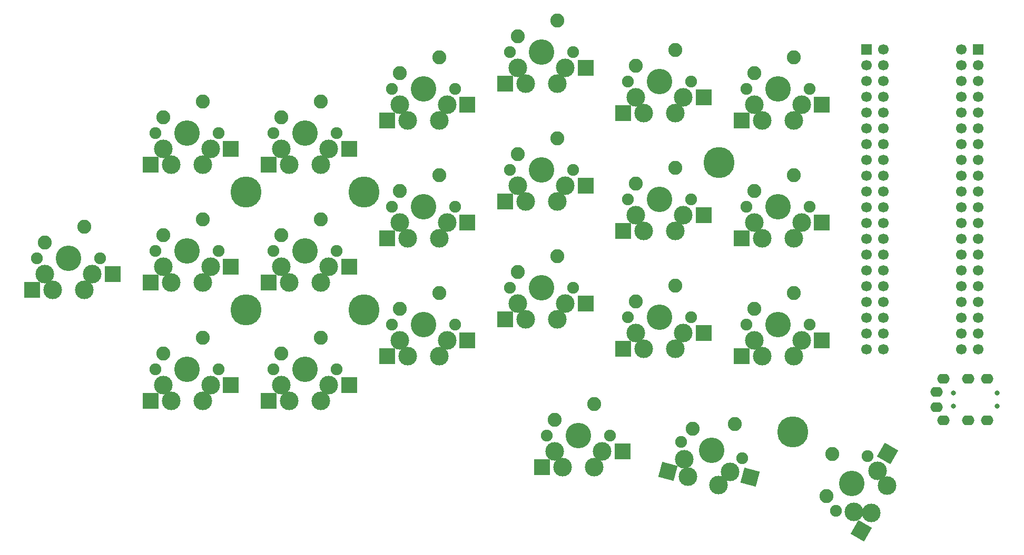
<source format=gbs>
G04 #@! TF.GenerationSoftware,KiCad,Pcbnew,(6.0.7-1)-1*
G04 #@! TF.CreationDate,2022-08-21T15:38:59+10:00*
G04 #@! TF.ProjectId,jantor,6a616e74-6f72-42e6-9b69-6361645f7063,rev?*
G04 #@! TF.SameCoordinates,Original*
G04 #@! TF.FileFunction,Soldermask,Bot*
G04 #@! TF.FilePolarity,Negative*
%FSLAX46Y46*%
G04 Gerber Fmt 4.6, Leading zero omitted, Abs format (unit mm)*
G04 Created by KiCad (PCBNEW (6.0.7-1)-1) date 2022-08-21 15:38:59*
%MOMM*%
%LPD*%
G01*
G04 APERTURE LIST*
G04 Aperture macros list*
%AMRotRect*
0 Rectangle, with rotation*
0 The origin of the aperture is its center*
0 $1 length*
0 $2 width*
0 $3 Rotation angle, in degrees counterclockwise*
0 Add horizontal line*
21,1,$1,$2,0,0,$3*%
G04 Aperture macros list end*
%ADD10C,4.100000*%
%ADD11C,3.000000*%
%ADD12C,1.900000*%
%ADD13C,2.250000*%
%ADD14R,2.550000X2.500000*%
%ADD15C,0.800000*%
%ADD16O,2.000000X1.600000*%
%ADD17RotRect,2.550000X2.500000X345.000000*%
%ADD18RotRect,2.550000X2.500000X60.000000*%
%ADD19C,1.700000*%
%ADD20R,1.700000X1.700000*%
%ADD21C,5.000000*%
G04 APERTURE END LIST*
D10*
X153187500Y-54625000D03*
D11*
X150647500Y-59705000D03*
X155727500Y-59705000D03*
X149377500Y-57165000D03*
X156997500Y-57165000D03*
D12*
X148107500Y-54625000D03*
X158267500Y-54625000D03*
D13*
X149377500Y-52085000D03*
D14*
X160272500Y-57165000D03*
D13*
X155727500Y-49545000D03*
D14*
X147345500Y-59705000D03*
D12*
X177267500Y-85500000D03*
D11*
X168377500Y-88040000D03*
D12*
X167107500Y-85500000D03*
D11*
X175997500Y-88040000D03*
X174727500Y-90580000D03*
X169647500Y-90580000D03*
D10*
X172187500Y-85500000D03*
D13*
X168377500Y-82960000D03*
D14*
X179272500Y-88040000D03*
X166345500Y-90580000D03*
D13*
X174727500Y-80420000D03*
D11*
X232997500Y-88040000D03*
D10*
X229187500Y-85500000D03*
D11*
X231727500Y-90580000D03*
X225377500Y-88040000D03*
D12*
X234267500Y-85500000D03*
X224107500Y-85500000D03*
D11*
X226647500Y-90580000D03*
D14*
X236272500Y-88040000D03*
D13*
X225377500Y-82960000D03*
X231727500Y-80420000D03*
D14*
X223345500Y-90580000D03*
D11*
X213997500Y-48852500D03*
D10*
X210187500Y-46312500D03*
D11*
X212727500Y-51392500D03*
D12*
X205107500Y-46312500D03*
D11*
X206377500Y-48852500D03*
D12*
X215267500Y-46312500D03*
D11*
X207647500Y-51392500D03*
D13*
X206377500Y-43772500D03*
D14*
X217272500Y-48852500D03*
D13*
X212727500Y-41232500D03*
D14*
X204345500Y-51392500D03*
D11*
X130377500Y-57165000D03*
D10*
X134187500Y-54625000D03*
D11*
X131647500Y-59705000D03*
X137997500Y-57165000D03*
D12*
X129107500Y-54625000D03*
D11*
X136727500Y-59705000D03*
D12*
X139267500Y-54625000D03*
D14*
X141272500Y-57165000D03*
D13*
X130377500Y-52085000D03*
D14*
X128345500Y-59705000D03*
D13*
X136727500Y-49545000D03*
D15*
X257400000Y-98562500D03*
X264400000Y-98562500D03*
X264400000Y-96462500D03*
X257400000Y-96462500D03*
D16*
X254700000Y-98762500D03*
X254700000Y-96262500D03*
X255800000Y-100862500D03*
X255800000Y-94162500D03*
X262800000Y-100862500D03*
X259800000Y-94162500D03*
X262800000Y-94162500D03*
X259800000Y-100862500D03*
D11*
X207647500Y-70392500D03*
X206377500Y-67852500D03*
D10*
X210187500Y-65312500D03*
D11*
X213997500Y-67852500D03*
D12*
X205107500Y-65312500D03*
D11*
X212727500Y-70392500D03*
D12*
X215267500Y-65312500D03*
D13*
X206377500Y-62772500D03*
D14*
X217272500Y-67852500D03*
D13*
X212727500Y-60232500D03*
D14*
X204345500Y-70392500D03*
D11*
X219638651Y-111251804D03*
X214162422Y-107154851D03*
D10*
X218500000Y-105687500D03*
D11*
X214731748Y-109937003D03*
D12*
X213593097Y-104372699D03*
X223406903Y-107002301D03*
D11*
X221522777Y-109127052D03*
D13*
X215477223Y-102247948D03*
D17*
X224686184Y-109974685D03*
D13*
X222268252Y-101437997D03*
D17*
X211542261Y-109082382D03*
D12*
X120267500Y-74812500D03*
D11*
X112647500Y-79892500D03*
X111377500Y-77352500D03*
D10*
X115187500Y-74812500D03*
D11*
X117727500Y-79892500D03*
X118997500Y-77352500D03*
D12*
X110107500Y-74812500D03*
D14*
X122272500Y-77352500D03*
D13*
X111377500Y-72272500D03*
X117727500Y-69732500D03*
D14*
X109345500Y-79892500D03*
D12*
X238522500Y-115430659D03*
D11*
X245167205Y-109001693D03*
D10*
X241062500Y-111031250D03*
D11*
X246731909Y-111371545D03*
X241357205Y-115600807D03*
X244191909Y-115770955D03*
D12*
X243602500Y-106631841D03*
D18*
X246804705Y-106165460D03*
D13*
X236957795Y-113060807D03*
X237933091Y-106291545D03*
D18*
X242540909Y-118630570D03*
D12*
X177267500Y-47500000D03*
D10*
X172187500Y-47500000D03*
D11*
X168377500Y-50040000D03*
D12*
X167107500Y-47500000D03*
D11*
X169647500Y-52580000D03*
X175997500Y-50040000D03*
X174727500Y-52580000D03*
D14*
X179272500Y-50040000D03*
D13*
X168377500Y-44960000D03*
X174727500Y-42420000D03*
D14*
X166345500Y-52580000D03*
D11*
X137997500Y-95165000D03*
D12*
X139267500Y-92625000D03*
D10*
X134187500Y-92625000D03*
D12*
X129107500Y-92625000D03*
D11*
X130377500Y-95165000D03*
X136727500Y-97705000D03*
X131647500Y-97705000D03*
D13*
X130377500Y-90085000D03*
D14*
X141272500Y-95165000D03*
X128345500Y-97705000D03*
D13*
X136727500Y-87545000D03*
D10*
X153187500Y-92625000D03*
D12*
X148107500Y-92625000D03*
D11*
X155727500Y-97705000D03*
X150647500Y-97705000D03*
X156997500Y-95165000D03*
X149377500Y-95165000D03*
D12*
X158267500Y-92625000D03*
D14*
X160272500Y-95165000D03*
D13*
X149377500Y-90085000D03*
D14*
X147345500Y-97705000D03*
D13*
X155727500Y-87545000D03*
X155727500Y-68545000D03*
D14*
X147345500Y-78705000D03*
D13*
X149377500Y-71085000D03*
D14*
X160272500Y-76165000D03*
D11*
X149377500Y-76165000D03*
X155727500Y-78705000D03*
X150647500Y-78705000D03*
D12*
X148107500Y-73625000D03*
X158267500Y-73625000D03*
D10*
X153187500Y-73625000D03*
D11*
X156997500Y-76165000D03*
D12*
X202205000Y-103312500D03*
D11*
X200935000Y-105852500D03*
X199665000Y-108392500D03*
D12*
X192045000Y-103312500D03*
D11*
X194585000Y-108392500D03*
X193315000Y-105852500D03*
D10*
X197125000Y-103312500D03*
D13*
X193315000Y-100772500D03*
D14*
X204210000Y-105852500D03*
D13*
X199665000Y-98232500D03*
D14*
X191283000Y-108392500D03*
D11*
X175997500Y-69040000D03*
D10*
X172187500Y-66500000D03*
D11*
X168377500Y-69040000D03*
D12*
X177267500Y-66500000D03*
X167107500Y-66500000D03*
D11*
X169647500Y-71580000D03*
X174727500Y-71580000D03*
D14*
X179272500Y-69040000D03*
D13*
X168377500Y-63960000D03*
X174727500Y-61420000D03*
D14*
X166345500Y-71580000D03*
D12*
X224107500Y-47500000D03*
D11*
X232997500Y-50040000D03*
D10*
X229187500Y-47500000D03*
D11*
X225377500Y-50040000D03*
D12*
X234267500Y-47500000D03*
D11*
X226647500Y-52580000D03*
X231727500Y-52580000D03*
D14*
X236272500Y-50040000D03*
D13*
X225377500Y-44960000D03*
D14*
X223345500Y-52580000D03*
D13*
X231727500Y-42420000D03*
D11*
X136727500Y-78705000D03*
X130377500Y-76165000D03*
D12*
X129107500Y-73625000D03*
D10*
X134187500Y-73625000D03*
D11*
X131647500Y-78705000D03*
X137997500Y-76165000D03*
D12*
X139267500Y-73625000D03*
D13*
X130377500Y-71085000D03*
D14*
X141272500Y-76165000D03*
D13*
X136727500Y-68545000D03*
D14*
X128345500Y-78705000D03*
D11*
X188647500Y-46642500D03*
X187377500Y-44102500D03*
D10*
X191187500Y-41562500D03*
D12*
X186107500Y-41562500D03*
D11*
X194997500Y-44102500D03*
D12*
X196267500Y-41562500D03*
D11*
X193727500Y-46642500D03*
D14*
X198272500Y-44102500D03*
D13*
X187377500Y-39022500D03*
X193727500Y-36482500D03*
D14*
X185345500Y-46642500D03*
D12*
X196267500Y-60562500D03*
D10*
X191187500Y-60562500D03*
D11*
X193727500Y-65642500D03*
D12*
X186107500Y-60562500D03*
D11*
X188647500Y-65642500D03*
X187377500Y-63102500D03*
X194997500Y-63102500D03*
D13*
X187377500Y-58022500D03*
D14*
X198272500Y-63102500D03*
D13*
X193727500Y-55482500D03*
D14*
X185345500Y-65642500D03*
D11*
X187377500Y-82102500D03*
X194997500Y-82102500D03*
D10*
X191187500Y-79562500D03*
D11*
X193727500Y-84642500D03*
X188647500Y-84642500D03*
D12*
X196267500Y-79562500D03*
X186107500Y-79562500D03*
D14*
X198272500Y-82102500D03*
D13*
X187377500Y-77022500D03*
X193727500Y-74482500D03*
D14*
X185345500Y-84642500D03*
D19*
X258677500Y-41192500D03*
X246097500Y-41172500D03*
X258677500Y-43732500D03*
X246097500Y-43712500D03*
X246097500Y-46252500D03*
X258677500Y-46272500D03*
X246097500Y-48792500D03*
X258677500Y-48812500D03*
X258677500Y-51352500D03*
X246097500Y-51332500D03*
X258677500Y-53892500D03*
X246097500Y-53872500D03*
X258677500Y-56432500D03*
X246097500Y-56412500D03*
X258677500Y-58972500D03*
X246097500Y-58952500D03*
X246097500Y-61492500D03*
X258677500Y-61512500D03*
X246097500Y-64032500D03*
X258677500Y-64052500D03*
X258677500Y-66592500D03*
X246097500Y-66572500D03*
X258677500Y-69132500D03*
X246097500Y-69112500D03*
X246097500Y-71652500D03*
X258677500Y-71672500D03*
X258677500Y-74212500D03*
X246097500Y-74192500D03*
X258677500Y-76752500D03*
X246097500Y-76732500D03*
X246097500Y-79272500D03*
X258677500Y-79292500D03*
X246097500Y-81812500D03*
X258677500Y-81832500D03*
X246097500Y-84352500D03*
X258677500Y-84372500D03*
X246097500Y-86892500D03*
X258677500Y-86912500D03*
X246097500Y-89432500D03*
X258677500Y-89452500D03*
X243437500Y-89452500D03*
X261337500Y-89432500D03*
X243437500Y-86912500D03*
X261337500Y-86892500D03*
X261337500Y-84352500D03*
X243437500Y-84372500D03*
X243437500Y-81832500D03*
X261337500Y-81812500D03*
X243437500Y-79292500D03*
X261337500Y-79272500D03*
X243437500Y-76752500D03*
X261337500Y-76732500D03*
X243437500Y-74212500D03*
X261337500Y-74192500D03*
X261337500Y-71652500D03*
X243437500Y-71672500D03*
X261337500Y-69112500D03*
X243437500Y-69132500D03*
X243437500Y-66592500D03*
X261337500Y-66572500D03*
X243437500Y-64052500D03*
X261337500Y-64032500D03*
X261337500Y-61492500D03*
X243437500Y-61512500D03*
X261337500Y-58952500D03*
X243437500Y-58972500D03*
X261337500Y-56412500D03*
X243437500Y-56432500D03*
X243437500Y-53892500D03*
X261337500Y-53872500D03*
X243437500Y-51352500D03*
X261337500Y-51332500D03*
X243437500Y-48812500D03*
X261337500Y-48792500D03*
X261337500Y-46252500D03*
X243437500Y-46272500D03*
X261337500Y-43712500D03*
X243437500Y-43732500D03*
D20*
X243437500Y-41192500D03*
X261337500Y-41172500D03*
D10*
X229187500Y-66500000D03*
D11*
X225377500Y-69040000D03*
X226647500Y-71580000D03*
X232997500Y-69040000D03*
D12*
X234267500Y-66500000D03*
D11*
X231727500Y-71580000D03*
D12*
X224107500Y-66500000D03*
D13*
X225377500Y-63960000D03*
D14*
X236272500Y-69040000D03*
X223345500Y-71580000D03*
D13*
X231727500Y-61420000D03*
D11*
X213997500Y-86852500D03*
X206377500Y-86852500D03*
D12*
X205107500Y-84312500D03*
D11*
X212727500Y-89392500D03*
D12*
X215267500Y-84312500D03*
D11*
X207647500Y-89392500D03*
D10*
X210187500Y-84312500D03*
D14*
X217272500Y-86852500D03*
D13*
X206377500Y-81772500D03*
X212727500Y-79232500D03*
D14*
X204345500Y-89392500D03*
D21*
X162687500Y-64125000D03*
X143687500Y-64125000D03*
X231562500Y-102718750D03*
X219687500Y-59375000D03*
X143687500Y-83125000D03*
X162687500Y-83125000D03*
M02*

</source>
